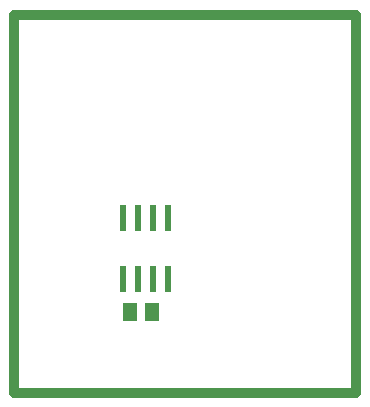
<source format=gbp>
G75*
%MOIN*%
%OFA0B0*%
%FSLAX25Y25*%
%IPPOS*%
%LPD*%
%AMOC8*
5,1,8,0,0,1.08239X$1,22.5*
%
%ADD10C,0.03200*%
%ADD11R,0.02362X0.08661*%
%ADD12R,0.05118X0.05906*%
D10*
X0002600Y0002600D02*
X0116773Y0002600D01*
X0116773Y0128584D01*
X0002600Y0128584D01*
X0002600Y0002600D01*
D11*
X0039100Y0040364D03*
X0044100Y0040364D03*
X0049100Y0040364D03*
X0054100Y0040364D03*
X0054100Y0060836D03*
X0049100Y0060836D03*
X0044100Y0060836D03*
X0039100Y0060836D03*
D12*
X0041360Y0029600D03*
X0048840Y0029600D03*
M02*

</source>
